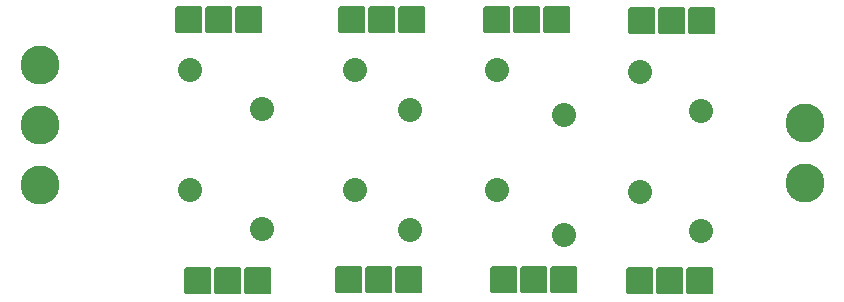
<source format=gbr>
G04 PROTEUS GERBER X2 FILE*
%TF.GenerationSoftware,Labcenter,Proteus,8.13-SP0-Build31525*%
%TF.CreationDate,2025-01-18T15:37:42+00:00*%
%TF.FileFunction,Soldermask,Bot*%
%TF.FilePolarity,Negative*%
%TF.Part,Single*%
%TF.SameCoordinates,{6578d0ff-8a4d-4828-9911-fb9daf4c42ae}*%
%FSLAX45Y45*%
%MOMM*%
G01*
%TA.AperFunction,Material*%
%ADD19C,3.302000*%
%AMPPAD010*
4,1,36,
-1.016000,1.143000,
1.016000,1.143000,
1.041970,1.140470,
1.065980,1.133200,
1.087580,1.121650,
1.106290,1.106290,
1.121650,1.087570,
1.133200,1.065980,
1.140470,1.041970,
1.143000,1.016000,
1.143000,-1.016000,
1.140470,-1.041970,
1.133200,-1.065980,
1.121650,-1.087570,
1.106290,-1.106290,
1.087580,-1.121650,
1.065980,-1.133200,
1.041970,-1.140470,
1.016000,-1.143000,
-1.016000,-1.143000,
-1.041970,-1.140470,
-1.065980,-1.133200,
-1.087580,-1.121650,
-1.106290,-1.106290,
-1.121650,-1.087570,
-1.133200,-1.065980,
-1.140470,-1.041970,
-1.143000,-1.016000,
-1.143000,1.016000,
-1.140470,1.041970,
-1.133200,1.065980,
-1.121650,1.087570,
-1.106290,1.106290,
-1.087580,1.121650,
-1.065980,1.133200,
-1.041970,1.140470,
-1.016000,1.143000,
0*%
%ADD70PPAD010*%
%TA.AperFunction,Material*%
%ADD71C,2.032000*%
%TD.AperFunction*%
D19*
X+600000Y+2520000D03*
X+600000Y+2012000D03*
X+600000Y+1504000D03*
D70*
X+1866000Y+2900000D03*
X+2120000Y+2900000D03*
X+2374000Y+2900000D03*
X+3246000Y+2900000D03*
X+3500000Y+2900000D03*
X+3754000Y+2900000D03*
X+4476000Y+2900000D03*
X+4730000Y+2900000D03*
X+4984000Y+2900000D03*
X+5696000Y+2890000D03*
X+5950000Y+2890000D03*
X+6204000Y+2890000D03*
D71*
X+4470000Y+1460000D03*
X+4470000Y+2476000D03*
X+1870000Y+1460000D03*
X+1870000Y+2476000D03*
X+3270000Y+1460000D03*
X+3270000Y+2476000D03*
X+5680000Y+1450000D03*
X+5680000Y+2466000D03*
D70*
X+2450000Y+690000D03*
X+2196000Y+690000D03*
X+1942000Y+690000D03*
X+3730000Y+700000D03*
X+3476000Y+700000D03*
X+3222000Y+700000D03*
X+5038000Y+700000D03*
X+4784000Y+700000D03*
X+4530000Y+700000D03*
D19*
X+7080000Y+2030000D03*
X+7080000Y+1522000D03*
D70*
X+6194000Y+690000D03*
X+5940000Y+690000D03*
X+5686000Y+690000D03*
D71*
X+3740000Y+2140000D03*
X+3740000Y+1124000D03*
X+6200000Y+2130000D03*
X+6200000Y+1114000D03*
X+2480000Y+2150000D03*
X+2480000Y+1134000D03*
X+5040000Y+2100000D03*
X+5040000Y+1084000D03*
M02*

</source>
